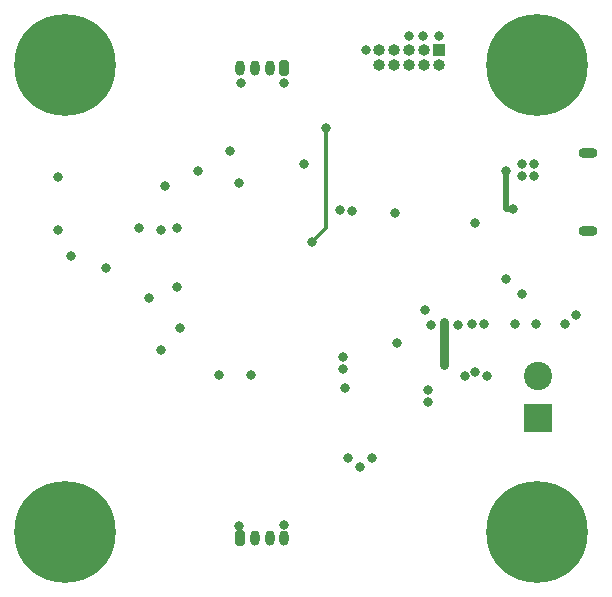
<source format=gbr>
%TF.GenerationSoftware,KiCad,Pcbnew,8.0.5-8.0.5-0~ubuntu24.04.1*%
%TF.CreationDate,2024-09-30T02:40:30+03:30*%
%TF.ProjectId,stm32buckusb,73746d33-3262-4756-936b-7573622e6b69,rev?*%
%TF.SameCoordinates,Original*%
%TF.FileFunction,Copper,L4,Bot*%
%TF.FilePolarity,Positive*%
%FSLAX46Y46*%
G04 Gerber Fmt 4.6, Leading zero omitted, Abs format (unit mm)*
G04 Created by KiCad (PCBNEW 8.0.5-8.0.5-0~ubuntu24.04.1) date 2024-09-30 02:40:30*
%MOMM*%
%LPD*%
G01*
G04 APERTURE LIST*
G04 Aperture macros list*
%AMRoundRect*
0 Rectangle with rounded corners*
0 $1 Rounding radius*
0 $2 $3 $4 $5 $6 $7 $8 $9 X,Y pos of 4 corners*
0 Add a 4 corners polygon primitive as box body*
4,1,4,$2,$3,$4,$5,$6,$7,$8,$9,$2,$3,0*
0 Add four circle primitives for the rounded corners*
1,1,$1+$1,$2,$3*
1,1,$1+$1,$4,$5*
1,1,$1+$1,$6,$7*
1,1,$1+$1,$8,$9*
0 Add four rect primitives between the rounded corners*
20,1,$1+$1,$2,$3,$4,$5,0*
20,1,$1+$1,$4,$5,$6,$7,0*
20,1,$1+$1,$6,$7,$8,$9,0*
20,1,$1+$1,$8,$9,$2,$3,0*%
G04 Aperture macros list end*
%TA.AperFunction,ComponentPad*%
%ADD10R,1.000000X1.000000*%
%TD*%
%TA.AperFunction,ComponentPad*%
%ADD11O,1.000000X1.000000*%
%TD*%
%TA.AperFunction,ComponentPad*%
%ADD12C,0.900000*%
%TD*%
%TA.AperFunction,ComponentPad*%
%ADD13C,8.600000*%
%TD*%
%TA.AperFunction,ComponentPad*%
%ADD14RoundRect,0.200000X-0.200000X-0.450000X0.200000X-0.450000X0.200000X0.450000X-0.200000X0.450000X0*%
%TD*%
%TA.AperFunction,ComponentPad*%
%ADD15O,0.800000X1.300000*%
%TD*%
%TA.AperFunction,ComponentPad*%
%ADD16O,1.600000X0.900000*%
%TD*%
%TA.AperFunction,ComponentPad*%
%ADD17RoundRect,0.200000X0.200000X0.450000X-0.200000X0.450000X-0.200000X-0.450000X0.200000X-0.450000X0*%
%TD*%
%TA.AperFunction,ComponentPad*%
%ADD18R,2.400000X2.400000*%
%TD*%
%TA.AperFunction,ComponentPad*%
%ADD19C,2.400000*%
%TD*%
%TA.AperFunction,ViaPad*%
%ADD20C,0.800000*%
%TD*%
%TA.AperFunction,ViaPad*%
%ADD21C,0.600000*%
%TD*%
%TA.AperFunction,Conductor*%
%ADD22C,0.300000*%
%TD*%
%TA.AperFunction,Conductor*%
%ADD23C,0.500000*%
%TD*%
%TA.AperFunction,Conductor*%
%ADD24C,0.750000*%
%TD*%
G04 APERTURE END LIST*
D10*
%TO.P,J2,1,Pin_1*%
%TO.N,+3.3V*%
X117200000Y-77000000D03*
D11*
%TO.P,J2,2,Pin_2*%
%TO.N,SWDIO*%
X117200000Y-78270000D03*
%TO.P,J2,3,Pin_3*%
%TO.N,GND*%
X115930000Y-77000000D03*
%TO.P,J2,4,Pin_4*%
%TO.N,SECLK*%
X115930000Y-78270000D03*
%TO.P,J2,5,Pin_5*%
%TO.N,GND*%
X114660000Y-77000000D03*
%TO.P,J2,6,Pin_6*%
%TO.N,SWO*%
X114660000Y-78270000D03*
%TO.P,J2,7,Pin_7*%
%TO.N,unconnected-(J2-Pin_7-Pad7)*%
X113390000Y-77000000D03*
%TO.P,J2,8,Pin_8*%
%TO.N,unconnected-(J2-Pin_8-Pad8)*%
X113390000Y-78270000D03*
%TO.P,J2,9,Pin_9*%
%TO.N,GND*%
X112120000Y-77000000D03*
%TO.P,J2,10,Pin_10*%
%TO.N,NRST*%
X112120000Y-78270000D03*
%TD*%
D12*
%TO.P,H4,1,1*%
%TO.N,GND*%
X82305419Y-117780419D03*
X83250000Y-115500000D03*
X83250000Y-120060838D03*
X85530419Y-114555419D03*
D13*
X85530419Y-117780419D03*
D12*
X85530419Y-121005419D03*
X87810838Y-115500000D03*
X87810838Y-120060838D03*
X88755419Y-117780419D03*
%TD*%
%TO.P,H1,1,1*%
%TO.N,GND*%
X122244581Y-78250000D03*
X123189162Y-75969581D03*
X123189162Y-80530419D03*
X125469581Y-75025000D03*
D13*
X125469581Y-78250000D03*
D12*
X125469581Y-81475000D03*
X127750000Y-75969581D03*
X127750000Y-80530419D03*
X128694581Y-78250000D03*
%TD*%
D14*
%TO.P,J4,1,Pin_1*%
%TO.N,+3.3V*%
X100325000Y-118300000D03*
D15*
%TO.P,J4,2,Pin_2*%
%TO.N,UART3_TX*%
X101575000Y-118300000D03*
%TO.P,J4,3,Pin_3*%
%TO.N,UART3_RX*%
X102825000Y-118300000D03*
%TO.P,J4,4,Pin_4*%
%TO.N,GND*%
X104075000Y-118300000D03*
%TD*%
D12*
%TO.P,H3,1,1*%
%TO.N,GND*%
X82305419Y-78280419D03*
X83250000Y-76000000D03*
X83250000Y-80560838D03*
X85530419Y-75055419D03*
D13*
X85530419Y-78280419D03*
D12*
X85530419Y-81505419D03*
X87810838Y-76000000D03*
X87810838Y-80560838D03*
X88755419Y-78280419D03*
%TD*%
%TO.P,H2,1,1*%
%TO.N,GND*%
X122275000Y-117750000D03*
X123219581Y-115469581D03*
X123219581Y-120030419D03*
X125500000Y-114525000D03*
D13*
X125500000Y-117750000D03*
D12*
X125500000Y-120975000D03*
X127780419Y-115469581D03*
X127780419Y-120030419D03*
X128725000Y-117750000D03*
%TD*%
D16*
%TO.P,J5,6,Shield*%
%TO.N,unconnected-(J5-Shield-Pad6)_5*%
X129800000Y-85700000D03*
%TO.N,unconnected-(J5-Shield-Pad6)_3*%
X129800000Y-92300000D03*
%TD*%
D17*
%TO.P,J3,1,Pin_1*%
%TO.N,+3.3V*%
X104075000Y-78500000D03*
D15*
%TO.P,J3,2,Pin_2*%
%TO.N,I2C1_SCL*%
X102825000Y-78500000D03*
%TO.P,J3,3,Pin_3*%
%TO.N,I2C1_SDA*%
X101575000Y-78500000D03*
%TO.P,J3,4,Pin_4*%
%TO.N,GND*%
X100325000Y-78500000D03*
%TD*%
D18*
%TO.P,J1,1,Pin_1*%
%TO.N,+12V*%
X125550000Y-108100000D03*
D19*
%TO.P,J1,2,Pin_2*%
%TO.N,GND*%
X125550000Y-104600000D03*
%TD*%
D20*
%TO.N,NRST*%
X107600000Y-83600000D03*
%TO.N,+3.3V*%
X117200000Y-75800000D03*
%TO.N,GND*%
X115800000Y-75800000D03*
X114600000Y-75800000D03*
X111000000Y-77000000D03*
%TO.N,NRST*%
X106400000Y-93200000D03*
%TO.N,GND*%
X93600000Y-92200000D03*
%TO.N,+5V*%
X122800000Y-87200000D03*
X123400000Y-90400000D03*
%TO.N,GND*%
X109000000Y-104000000D03*
X100200000Y-88200000D03*
%TO.N,+3.3V*%
X123600000Y-100200000D03*
X125400000Y-100200000D03*
%TO.N,GND*%
X109800000Y-90600000D03*
X116000000Y-99000000D03*
X113600000Y-101800000D03*
X109200000Y-105600000D03*
X93600000Y-102400000D03*
X89000000Y-95400000D03*
X91800000Y-92000000D03*
X100400000Y-79800000D03*
X113400000Y-90800000D03*
X120200000Y-91600000D03*
X116200000Y-106800000D03*
X116200000Y-105800000D03*
X119400000Y-104600000D03*
X120200000Y-104200000D03*
X121200000Y-104600000D03*
X120000000Y-100200000D03*
X121000000Y-100200000D03*
X127800000Y-100200000D03*
X128800000Y-99400000D03*
X124200000Y-97600000D03*
X122800000Y-96400000D03*
X125200000Y-86600000D03*
X124200000Y-86600000D03*
X124200000Y-87600000D03*
X125200000Y-87600000D03*
X104000000Y-117200000D03*
X92600000Y-98000000D03*
X95000000Y-97000000D03*
X98500000Y-104500000D03*
X94000000Y-88500000D03*
X84900000Y-92250000D03*
X86000000Y-94400000D03*
%TO.N,+3.3V*%
X118750000Y-100250000D03*
X116500000Y-100250000D03*
X111500000Y-111500000D03*
X110500000Y-112250000D03*
X109500000Y-111500000D03*
X109000000Y-103000000D03*
X95000000Y-92000000D03*
X108750000Y-90500000D03*
X104000000Y-79750000D03*
X99500000Y-85500000D03*
X100250000Y-117250000D03*
X101250000Y-104500000D03*
X95250000Y-100500000D03*
X84900000Y-87750000D03*
X96750000Y-87250000D03*
X105750000Y-86600000D03*
D21*
%TO.N,Net-(D2-K)*%
X117600000Y-100000000D03*
X117600000Y-103600000D03*
%TD*%
D22*
%TO.N,NRST*%
X107600000Y-84200000D02*
X107600000Y-83600000D01*
X107600000Y-92000000D02*
X107600000Y-84200000D01*
X106400000Y-93200000D02*
X107600000Y-92000000D01*
D23*
%TO.N,+5V*%
X122800000Y-90400000D02*
X123400000Y-90400000D01*
X122800000Y-87200000D02*
X122800000Y-90400000D01*
D24*
%TO.N,Net-(D2-K)*%
X117600000Y-103600000D02*
X117600000Y-100000000D01*
%TD*%
M02*

</source>
